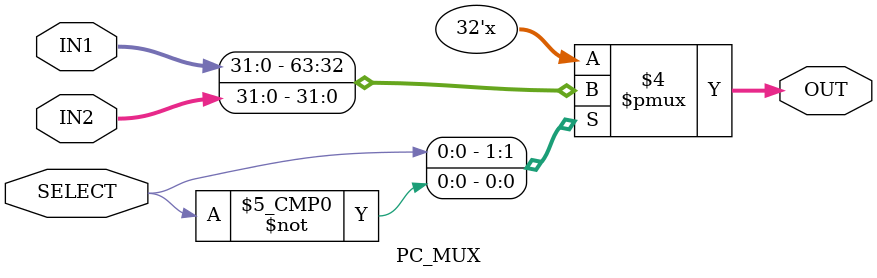
<source format=v>
/* Lab 5 : Part 4 Flow Control Instructions
   Group 27
*/

`include "alu.v"
`include "reg_file.v"
`include "dmem.v"

/////////////////////////////////////////////////// CPU_tb /////////////////////////////////////////////////////////////////

module cpu_tb;

    reg CLK, RESET;
    wire [31:0] PC;
    reg [31:0] INSTRUCTION;
    integer i;

    wire Write,Read;
    wire [7:0] READDATA, ADDRESS, WRITEDATA;
    wire BUSYWAIT;
    
    /* 
    ------------------------
     SIMPLE INSTRUCTION MEM
    ------------------------
    */
    
    // TODO: Initialize an array of registers (8x1024) named 'instr_mem' to be used as instruction memory
    reg [7:0] instr_mem[0:1023];
    
    // TODO: Create combinational logic to support CPU instruction fetching, given the Program Counter(PC) value 
    //       (make sure you include the delay for instruction fetching here)
    always @(PC) begin
        #2
        INSTRUCTION = {instr_mem[PC+3], instr_mem[PC+2], instr_mem[PC+1], instr_mem[PC]};
    end
    
    initial
    begin
        // Initialize instruction memory with the set of instructions you need execute on CPU
        
        // METHOD 1: manually loading instructions to instr_mem
        //{instr_mem[10'd3], instr_mem[10'd2], instr_mem[10'd1], instr_mem[10'd0]} = 32'b00000000000001000000000000000101;
        //{instr_mem[10'd7], instr_mem[10'd6], instr_mem[10'd5], instr_mem[10'd4]} = 32'b00000000000000100000000000001001;
        //{instr_mem[10'd11], instr_mem[10'd10], instr_mem[10'd9], instr_mem[10'd8]} = 32'b00000010000001100000010000000010;
        
        // METHOD 2: loading instr_mem content from instr_mem.mem file
       $readmemb("instr_mem.mem", instr_mem);
    end
    
    /* 
    -----
     CPU
    -----
    */
    cpu mycpu(PC, INSTRUCTION, CLK, RESET, Read, Write, ADDRESS, WRITEDATA, READDATA, BUSYWAIT);

     /* 
    -----
     MEMORY
    -----
    */
    data_memory dmem(CLK, RESET, Read, Write, ADDRESS, WRITEDATA, READDATA, BUSYWAIT);

    initial
    begin
    
        // generate files needed to plot the waveform using GTKWave
        $dumpfile("cpu_wavedata.vcd");
		$dumpvars(0, cpu_tb);

        for(i=0;i<8;i=i+1)
        begin
            $dumpvars(1,cpu_tb.mycpu.r1.Register[i]);
        end 
        for(i=0;i<256;i=i+1)
        begin
            $dumpvars(1,cpu_tb.dmem.memory_array[i]);
        end 
        
        CLK = 1'b0;
        RESET = 1'b0;
        
        // TODO: Reset the CPU (by giving a pulse to RESET signal) to start the program execution
        #2
        RESET = 1'b1;

        #4
        RESET= 1'b0;
        
        // finish simulation after some time
        #500
        $finish;
        
    end
    
    // clock signal generation
    always
        #4 CLK = ~CLK;
        
endmodule

//////////////////////////////////////////////////   CPU     ////////////////////////////////////////////////////////////////
module cpu(PC, INSTRUCTION, CLK, RESET, ReadDmem, WriteDmem, ALURESULT, OUT1, READDATA, BUSYWAIT);
    output reg [31:0] PC;
    input [31:0] INSTRUCTION;
    input CLK, RESET;

    wire [7:0] OUT2, OUT3, OUT4, NEGATIVE, RESULT;
    reg [2:0] WRITE_ADRS,READ_ADRS1, READ_ADRS2, SEL;
    reg [1:0] SHIFT_SEL;
    reg [7:0] BRANCH;
    reg WRITE , isNEGATIVE, isIMMEDIATE, isBRANCH, isJUMP, isNEqBRANCH, isMEM;

    wire [31:0] NEXT_INS,EXTENDED, SHIFTED, BRANCHto, PCbranch, PCNEXT;
    wire ZERO,AND_OUT,AND_OUT2, OR_OUT;

    output reg WriteDmem, ReadDmem;
    input [7:0] READDATA;
    input BUSYWAIT;

    output [7:0] OUT1, ALURESULT;  //ADDRESS = ALU Result, WRITEDATA = Reg out 1


    //instantiate all sub modules
    alu a1(OUT1, OUT4, ALURESULT, SEL, ZERO, SHIFT_SEL);
    register_file r1(RESULT, OUT1, OUT2, WRITE_ADRS,READ_ADRS1, READ_ADRS2, WRITE && !BUSYWAIT, CLK, RESET);
    PC_adder add(PC, NEXT_INS); 
    twosCompliment t1(OUT2, NEGATIVE); // get 2's compliment
    MUX isNeg(NEGATIVE, OUT2, OUT3, isNEGATIVE); //select negative value for sub instruction and positive value for add instruction
    MUX isIMM(INSTRUCTION[7:0], OUT3, OUT4, isIMMEDIATE); //select immediate value or register value 

    AND2 and_gate(ZERO, isBRANCH, AND_OUT); //get the AND value of Zero and isBranch to do beq instruction
    PC_MUX m1(BRANCHto, NEXT_INS, PCbranch, OR_OUT); // select next pc value according to OR output
    Sign_extend s1(INSTRUCTION[23:16], EXTENDED); // sign extend given value to 32 bit before find the offset
    shift shift_2(EXTENDED, SHIFTED); // multiply the sign extended value by 4.(shift 2)
    Branch_ADD brAdd(NEXT_INS, SHIFTED, BRANCHto); // calculate the new PC value using shifted value
    PC_MUX m2(BRANCHto, PCbranch, PCNEXT, isJUMP); // select jump or branch to decide next PC value


    AND2 and_gate2(~ZERO, isNEqBRANCH, AND_OUT2);
    OR_GT or1(AND_OUT,AND_OUT2,OR_OUT);

    MUX writeSel(READDATA,ALURESULT,RESULT,isMEM); //select value to write to register form alu or data memory


    always @(posedge CLK) begin
        if (BUSYWAIT == 1'b0) begin  // PC update only if BUSYWAIT is 0 otherwise keep same PC value
            if (RESET == 1'b1) 
            begin
                #1
                PC = 0;		 //When  the reset is 1 PC should be 0
            end
            else #1 PC = PCNEXT;         //PC update (delay 1 unit)
        end
            
    end

    //Clearing READ/WRITE controls for Data Memory when BUSYWAIT is de-asserted
	always @ (BUSYWAIT)
	begin
		if (BUSYWAIT == 1'b0)
		begin
			ReadDmem = 0;
			WriteDmem = 0;
		end
	end

    always @(INSTRUCTION) begin

        //assign instuction to reg_file inputs
        WRITE_ADRS = INSTRUCTION[18:16];
        READ_ADRS1 = INSTRUCTION[10:8];
        READ_ADRS2 = INSTRUCTION[2:0];

        //Control Unit
        //check opcode and decode
        #1
        case(INSTRUCTION[31:24]) 
            8'd0 : //loadi instruction
                begin
                    WRITE = 1'b1;          //enable write 
                    isNEGATIVE = 1'b0;  //no need for subtraction
                    isIMMEDIATE = 1'b1; //loadi instruction contain immediate value
                    SEL = 3'b000;       //select alu FORWARD operation
                    isJUMP = 1'b0;      //no instruction jumps
                    isBRANCH = 1'b0;    //no branchings
                    isNEqBRANCH = 1'b0; 
                    isMEM = 1'b0; // do not select data from data memory

                end
            8'd1 : //mov instruction
                begin
                    WRITE = 1'b1;          //enable write
                    isNEGATIVE = 1'b0;  //no need for subtraction
                    isIMMEDIATE = 1'b0; //no immediate value
                    SEL = 3'b000;       //select alu FORWARD operation
                    isJUMP = 1'b0;
                    isBRANCH = 1'b0;
                    isNEqBRANCH = 1'b0;
                    isMEM = 1'b0;

                end
            8'd2 : //add instruction 
                begin
                    WRITE = 1'b1;          //enable write
                    isNEGATIVE = 1'b0;  //no need for subtraction
                    isIMMEDIATE = 1'b0; //no immediate value
                    SEL = 3'b001;       //select alu ADD operation
                    isJUMP = 1'b0;
                    isBRANCH = 1'b0;
                    isNEqBRANCH = 1'b0;
                    isMEM = 1'b0;
                    
                end
            8'd3 : //sub instruction
                begin
                    WRITE = 1'b1;          //enable write
                    isNEGATIVE = 1'b1;  //need to substract value so isNegative is high
                    isIMMEDIATE = 1'b0; //no immediate value
                    SEL = 3'b001;       //select alu ADD operation
                    isJUMP = 1'b0;
                    isBRANCH = 1'b0;
                    isNEqBRANCH = 1'b0;
                    isMEM = 1'b0;
                end
            8'd4 : //and instruction 
                begin
                    WRITE = 1'b1;           //enable write
                    isNEGATIVE = 1'b0;   //no need for subtraction
                    isIMMEDIATE = 1'b0;  //no immediate value
                    SEL = 3'b010;        //select alu AND operation
                    isJUMP = 1'b0;
                    isBRANCH = 1'b0;
                    isNEqBRANCH = 1'b0;
                    isMEM = 1'b0;
                    
                end
            8'd5 : //or instruction
                begin
                    WRITE = 1'b1;           //enable write
                    isNEGATIVE = 1'b0;   //no need for subtraction
                    isIMMEDIATE = 1'b0;  //no immediate value
                    SEL = 3'b011;        //select alu OR operation 
                    isJUMP = 1'b0;
                    isBRANCH = 1'b0;
                    isNEqBRANCH = 1'b0;
                    isMEM = 1'b0;
                    
                end
            8'd6 : //jump instruction
                begin
                    WRITE = 1'b0;          // not writing to the register
                    isNEGATIVE = 1'b0;  //no need for subtraction
                    isIMMEDIATE = 1'b0; // no immidiate value
                    SEL = 3'b000;       //no need alu operation
                    isJUMP = 1'b1;      // jump signal is high
                    isBRANCH = 1'b0;    // no branchings
                    isNEqBRANCH = 1'b0;
                    isMEM = 1'b0;
                    
                end
            8'd7 : //branch instruction
                begin
                    WRITE = 1'b0;          // not writing to the register 
                    isNEGATIVE = 1'b1;  // get negative value for subtraction
                    isIMMEDIATE = 1'b0; // dont need immidiate values
                    isJUMP = 1'b0;      // jump is low
                    isBRANCH = 1'b1;    // branch signal is high
                    SEL = 3'b001;       //select alu ADD operation
                    isNEqBRANCH = 1'b0;
                    isMEM = 1'b0;
                    
                end
            8'd8 : //lwd instruction
                begin
                    WRITE = 1'b1; // need to write into register 
                    isNEGATIVE = 1'b0; // no need negative values
                    isIMMEDIATE = 1'b0; //no need immidiate values 
                    isJUMP = 1'b0; // jump signal low
                    isBRANCH = 1'b0; //no branchings
                    SEL = 3'b000; //select alu forward operation
                    isNEqBRANCH = 1'b0;
                    isMEM = 1'b1; //select data from memory
                    ReadDmem = 1'b1; //read from data memory
                    WriteDmem = 1'b0;
                    
                end
            8'd9 : //lwi instruction
                begin
                    WRITE = 1'b1; // need to write into register
                    isNEGATIVE = 1'b0; // no need negative values
                    isIMMEDIATE = 1'b1; //use immidiate values 
                    isJUMP = 1'b0; // jump signal low
                    isBRANCH = 1'b0; //no branchings
                    SEL = 3'b000; //select alu forward operation
                    isNEqBRANCH = 1'b0;
                    isMEM = 1'b1; //select data from memory
                    ReadDmem = 1'b1; //read from data memory
                    WriteDmem = 1'b0;
                    
                end
            8'd10 : //swd instruction
                begin
                    WRITE = 1'b0; // no need to write into register 
                    isNEGATIVE = 1'b0; // no need negative values
                    isIMMEDIATE = 1'b0; // no need immidiate values 
                    isJUMP = 1'b0; // jump signal low
                    isBRANCH = 1'b0; // no branchings
                    SEL = 3'b000; //select alu forward operation
                    isNEqBRANCH = 1'b0;
                    isMEM = 1'b0; // do not select data from memory
                    ReadDmem = 1'b0;
                    WriteDmem = 1'b1; // write to data memory
                    
                end
            8'd11 : //swi instruction
                begin
                    WRITE = 1'b0; // no need to write into register
                    isNEGATIVE = 1'b0; // no need negative values
                    isIMMEDIATE = 1'b1; // use immidiate values 
                    isJUMP = 1'b0; // jump is low
                    isBRANCH = 1'b0; // branch is low
                    SEL = 3'b000; //set alu to forward operation
                    isNEqBRANCH = 1'b0;
                    isMEM = 1'b0;
                    ReadDmem = 1'b0;
                    WriteDmem = 1'b1; //write to data memory
                    
                end

            8'd12 : //logical shift left
                begin
                    WRITE = 1;          // write final result to the register 
                    isNEGATIVE = 1'b0;  // no need negative value
                    isIMMEDIATE = 1'b1; // need immidiate values
                    isJUMP = 1'b0;      // jump signal  is low
                    isBRANCH = 1'b0;    // branch signal is low
                    SEL = 3'b100;       //select alu shift operation
                    SHIFT_SEL = 2'b01;  //select sll operation
                    isNEqBRANCH = 1'b0; 
                    isMEM = 1'b0;
                    
                end
            8'd13 : //logical shift right
                begin
                    WRITE = 1;          // write final result to the register 
                    isNEGATIVE = 1'b0;  // no need negative value
                    isIMMEDIATE = 1'b1; // need immidiate values
                    isJUMP = 1'b0;      // jump signal  is low
                    isBRANCH = 1'b0;    // branch signal is low
                    SEL = 3'b100;       //select alu shift operation
                    SHIFT_SEL = 2'b00;  //select srl operation
                    isNEqBRANCH = 1'b0; 
                    isMEM = 1'b0;
                    
                end
           8'd14 : //arithmatic shift right
                begin
                    WRITE = 1;          // write final result to the register 
                    isNEGATIVE = 1'b0;  // no need negative value
                    isIMMEDIATE = 1'b1; // need immidiate values
                    isJUMP = 1'b0;      // jump signal  is low
                    isBRANCH = 1'b0;    // branch signal is low
                    SEL = 3'b100;       //select alu shift operation
                    SHIFT_SEL = 2'b10;  //select sra operation
                    isNEqBRANCH = 1'b0; 
                    isMEM = 1'b0;
                    
                end
            8'd15 : //rotate right
                begin
                    WRITE = 1;          // write final result to the register 
                    isNEGATIVE = 1'b0;  // no need negative value
                    isIMMEDIATE = 1'b1; // need immidiate values
                    isJUMP = 1'b0;      // jump signal  is low
                    isBRANCH = 1'b0;    // branch signal is low
                    SEL = 3'b100;       //select alu shift operation
                    SHIFT_SEL = 2'b11;  //select ror operation
                    isNEqBRANCH = 1'b0; 
                    isMEM = 1'b0;
                    
                end
            8'd16 : //branch not equal
                begin
                    WRITE = 0;          // not writing results to the register 
                    isNEGATIVE = 1'b1;  // make second operand to negative
                    isIMMEDIATE = 1'b0; // don't need immidiate values
                    isJUMP = 1'b0;      // jump signal  is low
                    isBRANCH = 1'b0;    // branch signal is low
                    SEL = 3'b001;       //select alu sub operation
                    isNEqBRANCH = 1'b1;  // not equal branch signal is high
                    isMEM = 1'b0;
                     
                end
           8'd17 : //multiply
                begin
                    WRITE = 1;          // write final result to the register 
                    isNEGATIVE = 1'b0;  // no need negative value
                    isIMMEDIATE = 1'b0; // don't need immidiate values
                    isJUMP = 1'b0;      // jump signal  is low
                    isBRANCH = 1'b0;    // branch signal is low
                    SEL = 3'b101;       //select alu multi operation
                    isNEqBRANCH = 1'b0;  
                    isMEM = 1'b0;
                     
                end
            
            
            
        endcase
    
    end

    

endmodule

/////////////////////////////////////////

 //module for 2's compliment
module twosCompliment(DATAIN, OUT);
   //declare input and output
   input [7:0] DATAIN;
   output [7:0] OUT;
   assign #1 OUT = ~DATAIN + 1;  //get 2's compliment by negating and adding 1
endmodule

//module for the selector MUX
module MUX(IN1, IN2, OUT, SELECT);
    input [7:0] IN1, IN2;
    input SELECT;
    output reg [7:0] OUT;

    always@(*) begin
        case(SELECT)
            1'b1: OUT <= IN1;
            1'b0: OUT <= IN2;
            default: OUT <= 8'd0;
        endcase
    end
endmodule

// dedicated adder for PC 
module PC_adder(IN, NEXT_INS);
    input [31:0] IN; // input address (current instruction)
    output [31:0] NEXT_INS; // output address (NEXT_INS instruction)

    assign #1 NEXT_INS = IN + 32'd4; // increment the PC value by 4 (delay 1 time unit)
  
endmodule

// AND gate module
module AND2(INPUT1,INPUT2,OUTPUT);
    input INPUT1,INPUT2;
    output OUTPUT;

    and(OUTPUT,INPUT1,INPUT2); 
endmodule

//OR gate module
module OR_GT(IN1, IN2, OUT);
    input IN1, IN2;
    output OUT;

    or(OUT, IN1, IN2);

endmodule

///////////////////////////////////////
//module for Add offset value to PC value for branching
module Branch_ADD(pcNext, offset, out);
    input [31:0] pcNext, offset;
    output [31:0] out;

    assign #2 out = pcNext + offset;

endmodule

//module for sign extend
module Sign_extend(IN, OUT);
    input [7:0] IN; //8 bit input
    output [31:0] OUT; //32 bit output

    assign OUT[7:0] = IN[7:0];
    assign OUT[31:8] = {24{IN[7]}};
    initial begin
    end
endmodule

//module for shift 2 times
module shift(IN, OUT);
    input signed[31:0] IN;
    output signed[31:0] OUT;

    assign OUT = IN << 2; // multiply by 4

endmodule

//mux module for select right pc value
module PC_MUX(IN1, IN2, OUT, SELECT);
    input [31:0] IN1, IN2;
    input SELECT;
    output reg [31:0] OUT;

    always@(*) begin
        case(SELECT)
            1'b1: OUT <= IN1;
            1'b0: OUT <= IN2;
        endcase
    end
endmodule


</source>
